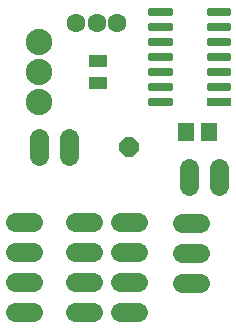
<source format=gts>
G04 EAGLE Gerber RS-274X export*
G75*
%MOMM*%
%FSLAX34Y34*%
%LPD*%
%INTop Solder Mask*%
%IPPOS*%
%AMOC8*
5,1,8,0,0,1.08239X$1,22.5*%
G01*
G04 Define Apertures*
%ADD10R,2.051600X0.691600*%
%ADD11C,0.394209*%
%ADD12C,2.241600*%
%ADD13R,1.521800X1.132800*%
%ADD14C,1.625600*%
%ADD15P,1.759533X8X22.500000*%
%ADD16R,1.401600X1.601600*%
%ADD17C,1.601600*%
D10*
X189900Y203200D03*
D11*
X181613Y217387D02*
X198187Y217387D01*
X198187Y214413D01*
X181613Y214413D01*
X181613Y217387D01*
X181613Y230087D02*
X198187Y230087D01*
X198187Y227113D01*
X181613Y227113D01*
X181613Y230087D01*
X181613Y242787D02*
X198187Y242787D01*
X198187Y239813D01*
X181613Y239813D01*
X181613Y242787D01*
X181613Y255487D02*
X198187Y255487D01*
X198187Y252513D01*
X181613Y252513D01*
X181613Y255487D01*
X181613Y268187D02*
X198187Y268187D01*
X198187Y265213D01*
X181613Y265213D01*
X181613Y268187D01*
X181613Y280887D02*
X198187Y280887D01*
X198187Y277913D01*
X181613Y277913D01*
X181613Y280887D01*
X148587Y280887D02*
X132013Y280887D01*
X148587Y280887D02*
X148587Y277913D01*
X132013Y277913D01*
X132013Y280887D01*
X132013Y268187D02*
X148587Y268187D01*
X148587Y265213D01*
X132013Y265213D01*
X132013Y268187D01*
X132013Y255487D02*
X148587Y255487D01*
X148587Y252513D01*
X132013Y252513D01*
X132013Y255487D01*
X132013Y242787D02*
X148587Y242787D01*
X148587Y239813D01*
X132013Y239813D01*
X132013Y242787D01*
X132013Y230087D02*
X148587Y230087D01*
X148587Y227113D01*
X132013Y227113D01*
X132013Y230087D01*
X132013Y217387D02*
X148587Y217387D01*
X148587Y214413D01*
X132013Y214413D01*
X132013Y217387D01*
X132013Y204687D02*
X148587Y204687D01*
X148587Y201713D01*
X132013Y201713D01*
X132013Y204687D01*
D12*
X38100Y203200D03*
X38100Y228600D03*
X38100Y254000D03*
D13*
X87913Y237446D03*
X87913Y219056D03*
D14*
X63500Y172720D02*
X63500Y157480D01*
X38100Y157480D02*
X38100Y172720D01*
X33020Y25400D02*
X17780Y25400D01*
X17780Y50800D02*
X33020Y50800D01*
X33020Y76200D02*
X17780Y76200D01*
X17780Y101600D02*
X33020Y101600D01*
X68580Y25400D02*
X83820Y25400D01*
X83820Y50800D02*
X68580Y50800D01*
X68580Y76200D02*
X83820Y76200D01*
X83820Y101600D02*
X68580Y101600D01*
D15*
X114300Y165100D03*
D16*
X181678Y177800D03*
X162678Y177800D03*
D17*
X69613Y270000D03*
X87000Y270000D03*
X104000Y270000D03*
D14*
X106680Y25400D02*
X121920Y25400D01*
X121920Y50800D02*
X106680Y50800D01*
X106680Y76200D02*
X121920Y76200D01*
X121920Y101600D02*
X106680Y101600D01*
X190500Y132080D02*
X190500Y147320D01*
X165100Y147320D02*
X165100Y132080D01*
X158750Y49530D02*
X173990Y49530D01*
X173990Y74930D02*
X158750Y74930D01*
X158750Y100330D02*
X173990Y100330D01*
M02*

</source>
